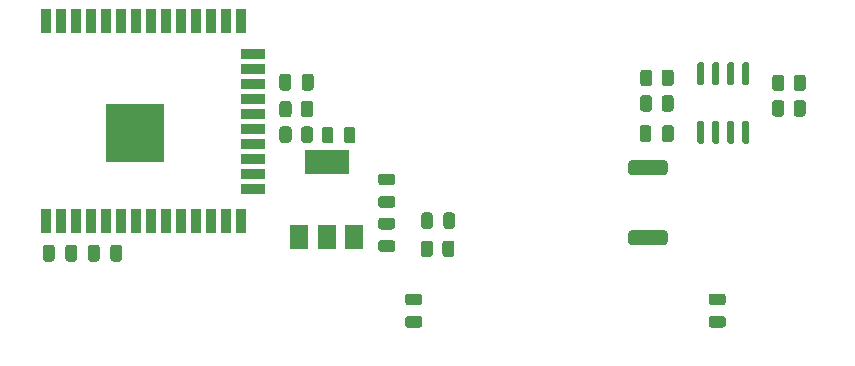
<source format=gtp>
G04 #@! TF.GenerationSoftware,KiCad,Pcbnew,(5.1.10)-1*
G04 #@! TF.CreationDate,2021-12-04T14:44:31-06:00*
G04 #@! TF.ProjectId,ESP32LedDriverV2,45535033-324c-4656-9444-726976657256,rev?*
G04 #@! TF.SameCoordinates,Original*
G04 #@! TF.FileFunction,Paste,Top*
G04 #@! TF.FilePolarity,Positive*
%FSLAX46Y46*%
G04 Gerber Fmt 4.6, Leading zero omitted, Abs format (unit mm)*
G04 Created by KiCad (PCBNEW (5.1.10)-1) date 2021-12-04 14:44:31*
%MOMM*%
%LPD*%
G01*
G04 APERTURE LIST*
%ADD10R,0.900000X2.000000*%
%ADD11R,2.000000X0.900000*%
%ADD12R,5.000000X5.000000*%
%ADD13R,1.500000X2.000000*%
%ADD14R,3.800000X2.000000*%
G04 APERTURE END LIST*
D10*
G04 #@! TO.C,U4*
X51318160Y-65294620D03*
X52588160Y-65294620D03*
X53858160Y-65294620D03*
X55128160Y-65294620D03*
X56398160Y-65294620D03*
X57668160Y-65294620D03*
X58938160Y-65294620D03*
X60208160Y-65294620D03*
X61478160Y-65294620D03*
X62748160Y-65294620D03*
X64018160Y-65294620D03*
X65288160Y-65294620D03*
X66558160Y-65294620D03*
X67828160Y-65294620D03*
D11*
X68828160Y-68079620D03*
X68828160Y-69349620D03*
X68828160Y-70619620D03*
X68828160Y-71889620D03*
X68828160Y-73159620D03*
X68828160Y-74429620D03*
X68828160Y-75699620D03*
X68828160Y-76969620D03*
X68828160Y-78239620D03*
X68828160Y-79509620D03*
D10*
X67828160Y-82294620D03*
X66558160Y-82294620D03*
X65288160Y-82294620D03*
X64018160Y-82294620D03*
X62748160Y-82294620D03*
X61478160Y-82294620D03*
X60208160Y-82294620D03*
X58938160Y-82294620D03*
X57668160Y-82294620D03*
X56398160Y-82294620D03*
X55128160Y-82294620D03*
X53858160Y-82294620D03*
X52588160Y-82294620D03*
X51318160Y-82294620D03*
D12*
X58818160Y-74794620D03*
G04 #@! TD*
G04 #@! TO.C,C10*
G36*
G01*
X107638000Y-90291000D02*
X108588000Y-90291000D01*
G75*
G02*
X108838000Y-90541000I0J-250000D01*
G01*
X108838000Y-91041000D01*
G75*
G02*
X108588000Y-91291000I-250000J0D01*
G01*
X107638000Y-91291000D01*
G75*
G02*
X107388000Y-91041000I0J250000D01*
G01*
X107388000Y-90541000D01*
G75*
G02*
X107638000Y-90291000I250000J0D01*
G01*
G37*
G36*
G01*
X107638000Y-88391000D02*
X108588000Y-88391000D01*
G75*
G02*
X108838000Y-88641000I0J-250000D01*
G01*
X108838000Y-89141000D01*
G75*
G02*
X108588000Y-89391000I-250000J0D01*
G01*
X107638000Y-89391000D01*
G75*
G02*
X107388000Y-89141000I0J250000D01*
G01*
X107388000Y-88641000D01*
G75*
G02*
X107638000Y-88391000I250000J0D01*
G01*
G37*
G04 #@! TD*
G04 #@! TO.C,R3*
G36*
G01*
X100820059Y-83047000D02*
X103670261Y-83047000D01*
G75*
G02*
X103920160Y-83296899I0J-249899D01*
G01*
X103920160Y-84022101D01*
G75*
G02*
X103670261Y-84272000I-249899J0D01*
G01*
X100820059Y-84272000D01*
G75*
G02*
X100570160Y-84022101I0J249899D01*
G01*
X100570160Y-83296899D01*
G75*
G02*
X100820059Y-83047000I249899J0D01*
G01*
G37*
G36*
G01*
X100820059Y-77122000D02*
X103670261Y-77122000D01*
G75*
G02*
X103920160Y-77371899I0J-249899D01*
G01*
X103920160Y-78097101D01*
G75*
G02*
X103670261Y-78347000I-249899J0D01*
G01*
X100820059Y-78347000D01*
G75*
G02*
X100570160Y-78097101I0J249899D01*
G01*
X100570160Y-77371899D01*
G75*
G02*
X100820059Y-77122000I249899J0D01*
G01*
G37*
G04 #@! TD*
G04 #@! TO.C,U1*
G36*
G01*
X110375560Y-73770620D02*
X110675560Y-73770620D01*
G75*
G02*
X110825560Y-73920620I0J-150000D01*
G01*
X110825560Y-75570620D01*
G75*
G02*
X110675560Y-75720620I-150000J0D01*
G01*
X110375560Y-75720620D01*
G75*
G02*
X110225560Y-75570620I0J150000D01*
G01*
X110225560Y-73920620D01*
G75*
G02*
X110375560Y-73770620I150000J0D01*
G01*
G37*
G36*
G01*
X109105560Y-73770620D02*
X109405560Y-73770620D01*
G75*
G02*
X109555560Y-73920620I0J-150000D01*
G01*
X109555560Y-75570620D01*
G75*
G02*
X109405560Y-75720620I-150000J0D01*
G01*
X109105560Y-75720620D01*
G75*
G02*
X108955560Y-75570620I0J150000D01*
G01*
X108955560Y-73920620D01*
G75*
G02*
X109105560Y-73770620I150000J0D01*
G01*
G37*
G36*
G01*
X107835560Y-73770620D02*
X108135560Y-73770620D01*
G75*
G02*
X108285560Y-73920620I0J-150000D01*
G01*
X108285560Y-75570620D01*
G75*
G02*
X108135560Y-75720620I-150000J0D01*
G01*
X107835560Y-75720620D01*
G75*
G02*
X107685560Y-75570620I0J150000D01*
G01*
X107685560Y-73920620D01*
G75*
G02*
X107835560Y-73770620I150000J0D01*
G01*
G37*
G36*
G01*
X106565560Y-73770620D02*
X106865560Y-73770620D01*
G75*
G02*
X107015560Y-73920620I0J-150000D01*
G01*
X107015560Y-75570620D01*
G75*
G02*
X106865560Y-75720620I-150000J0D01*
G01*
X106565560Y-75720620D01*
G75*
G02*
X106415560Y-75570620I0J150000D01*
G01*
X106415560Y-73920620D01*
G75*
G02*
X106565560Y-73770620I150000J0D01*
G01*
G37*
G36*
G01*
X106565560Y-68820620D02*
X106865560Y-68820620D01*
G75*
G02*
X107015560Y-68970620I0J-150000D01*
G01*
X107015560Y-70620620D01*
G75*
G02*
X106865560Y-70770620I-150000J0D01*
G01*
X106565560Y-70770620D01*
G75*
G02*
X106415560Y-70620620I0J150000D01*
G01*
X106415560Y-68970620D01*
G75*
G02*
X106565560Y-68820620I150000J0D01*
G01*
G37*
G36*
G01*
X107835560Y-68820620D02*
X108135560Y-68820620D01*
G75*
G02*
X108285560Y-68970620I0J-150000D01*
G01*
X108285560Y-70620620D01*
G75*
G02*
X108135560Y-70770620I-150000J0D01*
G01*
X107835560Y-70770620D01*
G75*
G02*
X107685560Y-70620620I0J150000D01*
G01*
X107685560Y-68970620D01*
G75*
G02*
X107835560Y-68820620I150000J0D01*
G01*
G37*
G36*
G01*
X109105560Y-68820620D02*
X109405560Y-68820620D01*
G75*
G02*
X109555560Y-68970620I0J-150000D01*
G01*
X109555560Y-70620620D01*
G75*
G02*
X109405560Y-70770620I-150000J0D01*
G01*
X109105560Y-70770620D01*
G75*
G02*
X108955560Y-70620620I0J150000D01*
G01*
X108955560Y-68970620D01*
G75*
G02*
X109105560Y-68820620I150000J0D01*
G01*
G37*
G36*
G01*
X110375560Y-68820620D02*
X110675560Y-68820620D01*
G75*
G02*
X110825560Y-68970620I0J-150000D01*
G01*
X110825560Y-70620620D01*
G75*
G02*
X110675560Y-70770620I-150000J0D01*
G01*
X110375560Y-70770620D01*
G75*
G02*
X110225560Y-70620620I0J150000D01*
G01*
X110225560Y-68970620D01*
G75*
G02*
X110375560Y-68820620I150000J0D01*
G01*
G37*
G04 #@! TD*
G04 #@! TO.C,R10*
G36*
G01*
X72866200Y-75387002D02*
X72866200Y-74486998D01*
G75*
G02*
X73116198Y-74237000I249998J0D01*
G01*
X73641202Y-74237000D01*
G75*
G02*
X73891200Y-74486998I0J-249998D01*
G01*
X73891200Y-75387002D01*
G75*
G02*
X73641202Y-75637000I-249998J0D01*
G01*
X73116198Y-75637000D01*
G75*
G02*
X72866200Y-75387002I0J249998D01*
G01*
G37*
G36*
G01*
X71041200Y-75387002D02*
X71041200Y-74486998D01*
G75*
G02*
X71291198Y-74237000I249998J0D01*
G01*
X71816202Y-74237000D01*
G75*
G02*
X72066200Y-74486998I0J-249998D01*
G01*
X72066200Y-75387002D01*
G75*
G02*
X71816202Y-75637000I-249998J0D01*
G01*
X71291198Y-75637000D01*
G75*
G02*
X71041200Y-75387002I0J249998D01*
G01*
G37*
G04 #@! TD*
G04 #@! TO.C,R9*
G36*
G01*
X72066200Y-72328618D02*
X72066200Y-73228622D01*
G75*
G02*
X71816202Y-73478620I-249998J0D01*
G01*
X71291198Y-73478620D01*
G75*
G02*
X71041200Y-73228622I0J249998D01*
G01*
X71041200Y-72328618D01*
G75*
G02*
X71291198Y-72078620I249998J0D01*
G01*
X71816202Y-72078620D01*
G75*
G02*
X72066200Y-72328618I0J-249998D01*
G01*
G37*
G36*
G01*
X73891200Y-72328618D02*
X73891200Y-73228622D01*
G75*
G02*
X73641202Y-73478620I-249998J0D01*
G01*
X73116198Y-73478620D01*
G75*
G02*
X72866200Y-73228622I0J249998D01*
G01*
X72866200Y-72328618D01*
G75*
G02*
X73116198Y-72078620I249998J0D01*
G01*
X73641202Y-72078620D01*
G75*
G02*
X73891200Y-72328618I0J-249998D01*
G01*
G37*
G04 #@! TD*
G04 #@! TO.C,R8*
G36*
G01*
X84040200Y-84158598D02*
X84040200Y-85058602D01*
G75*
G02*
X83790202Y-85308600I-249998J0D01*
G01*
X83265198Y-85308600D01*
G75*
G02*
X83015200Y-85058602I0J249998D01*
G01*
X83015200Y-84158598D01*
G75*
G02*
X83265198Y-83908600I249998J0D01*
G01*
X83790202Y-83908600D01*
G75*
G02*
X84040200Y-84158598I0J-249998D01*
G01*
G37*
G36*
G01*
X85865200Y-84158598D02*
X85865200Y-85058602D01*
G75*
G02*
X85615202Y-85308600I-249998J0D01*
G01*
X85090198Y-85308600D01*
G75*
G02*
X84840200Y-85058602I0J249998D01*
G01*
X84840200Y-84158598D01*
G75*
G02*
X85090198Y-83908600I249998J0D01*
G01*
X85615202Y-83908600D01*
G75*
G02*
X85865200Y-84158598I0J-249998D01*
G01*
G37*
G04 #@! TD*
G04 #@! TO.C,R7*
G36*
G01*
X113784040Y-72264978D02*
X113784040Y-73164982D01*
G75*
G02*
X113534042Y-73414980I-249998J0D01*
G01*
X113009038Y-73414980D01*
G75*
G02*
X112759040Y-73164982I0J249998D01*
G01*
X112759040Y-72264978D01*
G75*
G02*
X113009038Y-72014980I249998J0D01*
G01*
X113534042Y-72014980D01*
G75*
G02*
X113784040Y-72264978I0J-249998D01*
G01*
G37*
G36*
G01*
X115609040Y-72264978D02*
X115609040Y-73164982D01*
G75*
G02*
X115359042Y-73414980I-249998J0D01*
G01*
X114834038Y-73414980D01*
G75*
G02*
X114584040Y-73164982I0J249998D01*
G01*
X114584040Y-72264978D01*
G75*
G02*
X114834038Y-72014980I249998J0D01*
G01*
X115359042Y-72014980D01*
G75*
G02*
X115609040Y-72264978I0J-249998D01*
G01*
G37*
G04 #@! TD*
G04 #@! TO.C,R6*
G36*
G01*
X113784040Y-70105978D02*
X113784040Y-71005982D01*
G75*
G02*
X113534042Y-71255980I-249998J0D01*
G01*
X113009038Y-71255980D01*
G75*
G02*
X112759040Y-71005982I0J249998D01*
G01*
X112759040Y-70105978D01*
G75*
G02*
X113009038Y-69855980I249998J0D01*
G01*
X113534042Y-69855980D01*
G75*
G02*
X113784040Y-70105978I0J-249998D01*
G01*
G37*
G36*
G01*
X115609040Y-70105978D02*
X115609040Y-71005982D01*
G75*
G02*
X115359042Y-71255980I-249998J0D01*
G01*
X114834038Y-71255980D01*
G75*
G02*
X114584040Y-71005982I0J249998D01*
G01*
X114584040Y-70105978D01*
G75*
G02*
X114834038Y-69855980I249998J0D01*
G01*
X115359042Y-69855980D01*
G75*
G02*
X115609040Y-70105978I0J-249998D01*
G01*
G37*
G04 #@! TD*
G04 #@! TO.C,R5*
G36*
G01*
X103402200Y-72746022D02*
X103402200Y-71846018D01*
G75*
G02*
X103652198Y-71596020I249998J0D01*
G01*
X104177202Y-71596020D01*
G75*
G02*
X104427200Y-71846018I0J-249998D01*
G01*
X104427200Y-72746022D01*
G75*
G02*
X104177202Y-72996020I-249998J0D01*
G01*
X103652198Y-72996020D01*
G75*
G02*
X103402200Y-72746022I0J249998D01*
G01*
G37*
G36*
G01*
X101577200Y-72746022D02*
X101577200Y-71846018D01*
G75*
G02*
X101827198Y-71596020I249998J0D01*
G01*
X102352202Y-71596020D01*
G75*
G02*
X102602200Y-71846018I0J-249998D01*
G01*
X102602200Y-72746022D01*
G75*
G02*
X102352202Y-72996020I-249998J0D01*
G01*
X101827198Y-72996020D01*
G75*
G02*
X101577200Y-72746022I0J249998D01*
G01*
G37*
G04 #@! TD*
G04 #@! TO.C,R4*
G36*
G01*
X103402200Y-70587022D02*
X103402200Y-69687018D01*
G75*
G02*
X103652198Y-69437020I249998J0D01*
G01*
X104177202Y-69437020D01*
G75*
G02*
X104427200Y-69687018I0J-249998D01*
G01*
X104427200Y-70587022D01*
G75*
G02*
X104177202Y-70837020I-249998J0D01*
G01*
X103652198Y-70837020D01*
G75*
G02*
X103402200Y-70587022I0J249998D01*
G01*
G37*
G36*
G01*
X101577200Y-70587022D02*
X101577200Y-69687018D01*
G75*
G02*
X101827198Y-69437020I249998J0D01*
G01*
X102352202Y-69437020D01*
G75*
G02*
X102602200Y-69687018I0J-249998D01*
G01*
X102602200Y-70587022D01*
G75*
G02*
X102352202Y-70837020I-249998J0D01*
G01*
X101827198Y-70837020D01*
G75*
G02*
X101577200Y-70587022I0J249998D01*
G01*
G37*
G04 #@! TD*
D13*
G04 #@! TO.C,U3*
X72742200Y-83593000D03*
X77342200Y-83593000D03*
X75042200Y-83593000D03*
D14*
X75042200Y-77293000D03*
G04 #@! TD*
G04 #@! TO.C,LED2*
G36*
G01*
X75608200Y-74525750D02*
X75608200Y-75438250D01*
G75*
G02*
X75364450Y-75682000I-243750J0D01*
G01*
X74876950Y-75682000D01*
G75*
G02*
X74633200Y-75438250I0J243750D01*
G01*
X74633200Y-74525750D01*
G75*
G02*
X74876950Y-74282000I243750J0D01*
G01*
X75364450Y-74282000D01*
G75*
G02*
X75608200Y-74525750I0J-243750D01*
G01*
G37*
G36*
G01*
X77483200Y-74525750D02*
X77483200Y-75438250D01*
G75*
G02*
X77239450Y-75682000I-243750J0D01*
G01*
X76751950Y-75682000D01*
G75*
G02*
X76508200Y-75438250I0J243750D01*
G01*
X76508200Y-74525750D01*
G75*
G02*
X76751950Y-74282000I243750J0D01*
G01*
X77239450Y-74282000D01*
G75*
G02*
X77483200Y-74525750I0J-243750D01*
G01*
G37*
G04 #@! TD*
G04 #@! TO.C,LED1*
G36*
G01*
X84930200Y-82677250D02*
X84930200Y-81764750D01*
G75*
G02*
X85173950Y-81521000I243750J0D01*
G01*
X85661450Y-81521000D01*
G75*
G02*
X85905200Y-81764750I0J-243750D01*
G01*
X85905200Y-82677250D01*
G75*
G02*
X85661450Y-82921000I-243750J0D01*
G01*
X85173950Y-82921000D01*
G75*
G02*
X84930200Y-82677250I0J243750D01*
G01*
G37*
G36*
G01*
X83055200Y-82677250D02*
X83055200Y-81764750D01*
G75*
G02*
X83298950Y-81521000I243750J0D01*
G01*
X83786450Y-81521000D01*
G75*
G02*
X84030200Y-81764750I0J-243750D01*
G01*
X84030200Y-82677250D01*
G75*
G02*
X83786450Y-82921000I-243750J0D01*
G01*
X83298950Y-82921000D01*
G75*
G02*
X83055200Y-82677250I0J243750D01*
G01*
G37*
G04 #@! TD*
G04 #@! TO.C,C9*
G36*
G01*
X56721160Y-85445620D02*
X56721160Y-84495620D01*
G75*
G02*
X56971160Y-84245620I250000J0D01*
G01*
X57471160Y-84245620D01*
G75*
G02*
X57721160Y-84495620I0J-250000D01*
G01*
X57721160Y-85445620D01*
G75*
G02*
X57471160Y-85695620I-250000J0D01*
G01*
X56971160Y-85695620D01*
G75*
G02*
X56721160Y-85445620I0J250000D01*
G01*
G37*
G36*
G01*
X54821160Y-85445620D02*
X54821160Y-84495620D01*
G75*
G02*
X55071160Y-84245620I250000J0D01*
G01*
X55571160Y-84245620D01*
G75*
G02*
X55821160Y-84495620I0J-250000D01*
G01*
X55821160Y-85445620D01*
G75*
G02*
X55571160Y-85695620I-250000J0D01*
G01*
X55071160Y-85695620D01*
G75*
G02*
X54821160Y-85445620I0J250000D01*
G01*
G37*
G04 #@! TD*
G04 #@! TO.C,C8*
G36*
G01*
X52011160Y-84495620D02*
X52011160Y-85445620D01*
G75*
G02*
X51761160Y-85695620I-250000J0D01*
G01*
X51261160Y-85695620D01*
G75*
G02*
X51011160Y-85445620I0J250000D01*
G01*
X51011160Y-84495620D01*
G75*
G02*
X51261160Y-84245620I250000J0D01*
G01*
X51761160Y-84245620D01*
G75*
G02*
X52011160Y-84495620I0J-250000D01*
G01*
G37*
G36*
G01*
X53911160Y-84495620D02*
X53911160Y-85445620D01*
G75*
G02*
X53661160Y-85695620I-250000J0D01*
G01*
X53161160Y-85695620D01*
G75*
G02*
X52911160Y-85445620I0J250000D01*
G01*
X52911160Y-84495620D01*
G75*
G02*
X53161160Y-84245620I250000J0D01*
G01*
X53661160Y-84245620D01*
G75*
G02*
X53911160Y-84495620I0J-250000D01*
G01*
G37*
G04 #@! TD*
G04 #@! TO.C,C7*
G36*
G01*
X81933200Y-90291000D02*
X82883200Y-90291000D01*
G75*
G02*
X83133200Y-90541000I0J-250000D01*
G01*
X83133200Y-91041000D01*
G75*
G02*
X82883200Y-91291000I-250000J0D01*
G01*
X81933200Y-91291000D01*
G75*
G02*
X81683200Y-91041000I0J250000D01*
G01*
X81683200Y-90541000D01*
G75*
G02*
X81933200Y-90291000I250000J0D01*
G01*
G37*
G36*
G01*
X81933200Y-88391000D02*
X82883200Y-88391000D01*
G75*
G02*
X83133200Y-88641000I0J-250000D01*
G01*
X83133200Y-89141000D01*
G75*
G02*
X82883200Y-89391000I-250000J0D01*
G01*
X81933200Y-89391000D01*
G75*
G02*
X81683200Y-89141000I0J250000D01*
G01*
X81683200Y-88641000D01*
G75*
G02*
X81933200Y-88391000I250000J0D01*
G01*
G37*
G04 #@! TD*
G04 #@! TO.C,C6*
G36*
G01*
X72036200Y-70024000D02*
X72036200Y-70974000D01*
G75*
G02*
X71786200Y-71224000I-250000J0D01*
G01*
X71286200Y-71224000D01*
G75*
G02*
X71036200Y-70974000I0J250000D01*
G01*
X71036200Y-70024000D01*
G75*
G02*
X71286200Y-69774000I250000J0D01*
G01*
X71786200Y-69774000D01*
G75*
G02*
X72036200Y-70024000I0J-250000D01*
G01*
G37*
G36*
G01*
X73936200Y-70024000D02*
X73936200Y-70974000D01*
G75*
G02*
X73686200Y-71224000I-250000J0D01*
G01*
X73186200Y-71224000D01*
G75*
G02*
X72936200Y-70974000I0J250000D01*
G01*
X72936200Y-70024000D01*
G75*
G02*
X73186200Y-69774000I250000J0D01*
G01*
X73686200Y-69774000D01*
G75*
G02*
X73936200Y-70024000I0J-250000D01*
G01*
G37*
G04 #@! TD*
G04 #@! TO.C,C5*
G36*
G01*
X80597200Y-79231000D02*
X79647200Y-79231000D01*
G75*
G02*
X79397200Y-78981000I0J250000D01*
G01*
X79397200Y-78481000D01*
G75*
G02*
X79647200Y-78231000I250000J0D01*
G01*
X80597200Y-78231000D01*
G75*
G02*
X80847200Y-78481000I0J-250000D01*
G01*
X80847200Y-78981000D01*
G75*
G02*
X80597200Y-79231000I-250000J0D01*
G01*
G37*
G36*
G01*
X80597200Y-81131000D02*
X79647200Y-81131000D01*
G75*
G02*
X79397200Y-80881000I0J250000D01*
G01*
X79397200Y-80381000D01*
G75*
G02*
X79647200Y-80131000I250000J0D01*
G01*
X80597200Y-80131000D01*
G75*
G02*
X80847200Y-80381000I0J-250000D01*
G01*
X80847200Y-80881000D01*
G75*
G02*
X80597200Y-81131000I-250000J0D01*
G01*
G37*
G04 #@! TD*
G04 #@! TO.C,C4*
G36*
G01*
X79647200Y-83880000D02*
X80597200Y-83880000D01*
G75*
G02*
X80847200Y-84130000I0J-250000D01*
G01*
X80847200Y-84630000D01*
G75*
G02*
X80597200Y-84880000I-250000J0D01*
G01*
X79647200Y-84880000D01*
G75*
G02*
X79397200Y-84630000I0J250000D01*
G01*
X79397200Y-84130000D01*
G75*
G02*
X79647200Y-83880000I250000J0D01*
G01*
G37*
G36*
G01*
X79647200Y-81980000D02*
X80597200Y-81980000D01*
G75*
G02*
X80847200Y-82230000I0J-250000D01*
G01*
X80847200Y-82730000D01*
G75*
G02*
X80597200Y-82980000I-250000J0D01*
G01*
X79647200Y-82980000D01*
G75*
G02*
X79397200Y-82730000I0J250000D01*
G01*
X79397200Y-82230000D01*
G75*
G02*
X79647200Y-81980000I250000J0D01*
G01*
G37*
G04 #@! TD*
G04 #@! TO.C,C2*
G36*
G01*
X102532200Y-74380000D02*
X102532200Y-75330000D01*
G75*
G02*
X102282200Y-75580000I-250000J0D01*
G01*
X101782200Y-75580000D01*
G75*
G02*
X101532200Y-75330000I0J250000D01*
G01*
X101532200Y-74380000D01*
G75*
G02*
X101782200Y-74130000I250000J0D01*
G01*
X102282200Y-74130000D01*
G75*
G02*
X102532200Y-74380000I0J-250000D01*
G01*
G37*
G36*
G01*
X104432200Y-74380000D02*
X104432200Y-75330000D01*
G75*
G02*
X104182200Y-75580000I-250000J0D01*
G01*
X103682200Y-75580000D01*
G75*
G02*
X103432200Y-75330000I0J250000D01*
G01*
X103432200Y-74380000D01*
G75*
G02*
X103682200Y-74130000I250000J0D01*
G01*
X104182200Y-74130000D01*
G75*
G02*
X104432200Y-74380000I0J-250000D01*
G01*
G37*
G04 #@! TD*
M02*

</source>
